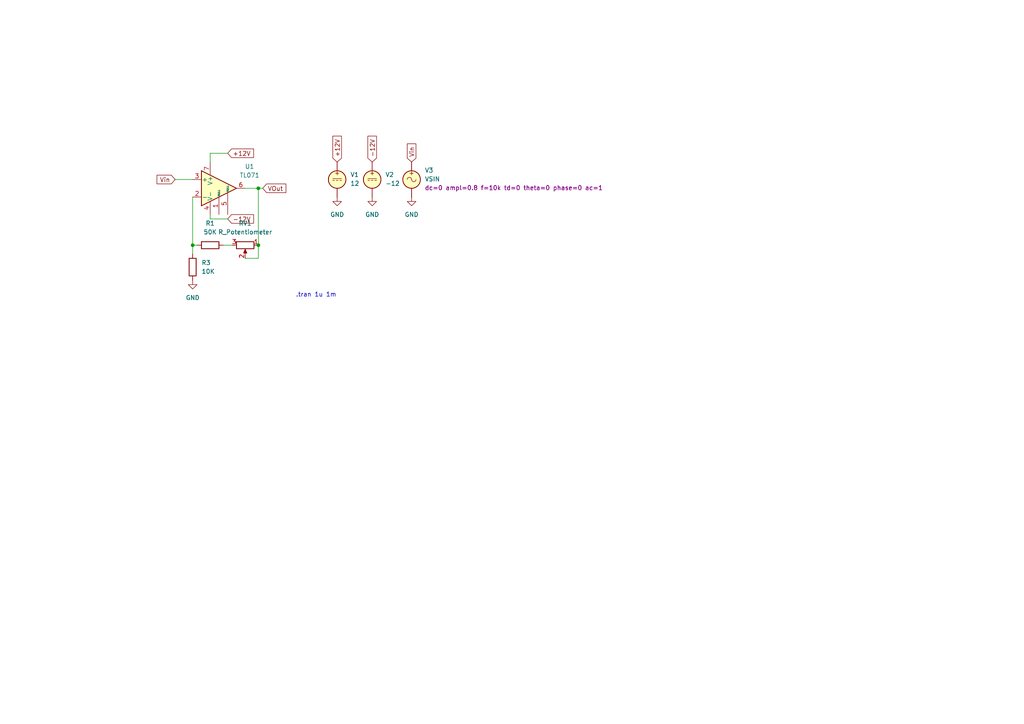
<source format=kicad_sch>
(kicad_sch (version 20231120) (generator "eeschema") (generator_version "8.0")
  (paper "A4")
  (lib_symbols
    (symbol "Amplifier_Operational:TL071" (pin_names (offset 0.127))
      (property "Reference" "U" (at 0 6.35 0))
      (property "Value" "TL071" (at 0 3.81 0))
      (symbol "TL071_0_1"
        (polyline (pts (xy -5.08 5.08) (xy 5.08 0) (xy -5.08 -5.08) (xy -5.08 5.08)) (stroke (width 0.254)) (fill (type background)))
      )
      (symbol "TL071_1_1"
        (pin input line (at 0 -7.62 90) (length 5.08) (name "NULL") (number "1"))
        (pin input line (at -7.62 -2.54 0) (length 2.54) (name "-") (number "2"))
        (pin input line (at -7.62 2.54 0) (length 2.54) (name "+") (number "3"))
        (pin power_in line (at -2.54 -7.62 90) (length 3.81) (name "V-") (number "4"))
        (pin input line (at 2.54 -7.62 90) (length 6.35) (name "NULL") (number "5"))
        (pin output line (at 7.62 0 180) (length 2.54) (name "~") (number "6"))
        (pin power_in line (at -2.54 7.62 270) (length 3.81) (name "V+") (number "7"))
        (pin no_connect line (at 0 2.54 270) (length 2.54) hide (name "NC") (number "8"))
      )
    )
    (symbol "Device:R" (pin_numbers hide) (pin_names (offset 0))
      (property "Reference" "R" (at 2.032 0 90))
      (property "Value" "R" (at 0 0 90))
      (symbol "R_0_1"
        (rectangle (start -1.016 -2.54) (end 1.016 2.54) (stroke (width 0.254)))
      )
      (symbol "R_1_1"
        (pin passive line (at 0 3.81 270) (length 1.27) (name "~") (number "1"))
        (pin passive line (at 0 -3.81 90) (length 1.27) (name "~") (number "2"))
      )
    )
    (symbol "Device:R_Potentiometer" (pin_names (offset 1.016) hide)
      (property "Reference" "RV" (at -4.445 0 90))
      (property "Value" "R_Potentiometer" (at -2.54 0 90))
      (symbol "R_Potentiometer_0_1"
        (polyline (pts (xy 2.54 0) (xy 1.524 0)))
        (polyline (pts (xy 1.143 0) (xy 2.286 0.508) (xy 2.286 -0.508) (xy 1.143 0)) (fill (type outline)))
        (rectangle (start 1.016 2.54) (end -1.016 -2.54) (stroke (width 0.254)))
      )
      (symbol "R_Potentiometer_1_1"
        (pin passive line (at 0 3.81 270) (length 1.27) (name "1") (number "1"))
        (pin passive line (at 3.81 0 180) (length 1.27) (name "2") (number "2"))
        (pin passive line (at 0 -3.81 90) (length 1.27) (name "3") (number "3"))
      )
    )
    (symbol "Simulation_SPICE:VDC" (pin_numbers hide) (pin_names (offset 0.0254))
      (property "Reference" "V" (at 2.54 2.54 0))
      (property "Value" "1" (at 2.54 0 0))
      (symbol "VDC_0_0"
        (polyline (pts (xy -1.27 0.254) (xy 1.27 0.254)))
        (polyline (pts (xy -0.762 -0.254) (xy -1.27 -0.254)))
        (polyline (pts (xy 0.254 -0.254) (xy -0.254 -0.254)))
        (polyline (pts (xy 1.27 -0.254) (xy 0.762 -0.254)))
        (text "+" (at 0 1.905 0) (effects (font (size 1.27 1.27))))
      )
      (symbol "VDC_0_1"
        (circle (center 0 0) (radius 2.54) (stroke (width 0.254)) (fill (type background)))
      )
      (symbol "VDC_1_1"
        (pin passive line (at 0 5.08 270) (length 2.54) (name "~") (number "1"))
        (pin passive line (at 0 -5.08 90) (length 2.54) (name "~") (number "2"))
      )
    )
    (symbol "Simulation_SPICE:VSIN" (pin_numbers hide) (pin_names (offset 0.0254))
      (property "Reference" "V" (at 2.54 2.54 0))
      (property "Value" "VSIN" (at 2.54 0 0))
      (property "Sim.Params" "dc=0 ampl=1 f=1k ac=1" (at 2.54 -2.54 0))
      (symbol "VSIN_0_0"
        (arc (start 0 0) (mid -0.635 0.6323) (end -1.27 0))
        (arc (start 0 0) (mid 0.635 -0.6323) (end 1.27 0))
        (text "+" (at 0 1.905 0) (effects (font (size 1.27 1.27))))
      )
      (symbol "VSIN_0_1"
        (circle (center 0 0) (radius 2.54) (stroke (width 0.254)) (fill (type background)))
      )
      (symbol "VSIN_1_1"
        (pin passive line (at 0 5.08 270) (length 2.54) (name "~") (number "1"))
        (pin passive line (at 0 -5.08 90) (length 2.54) (name "~") (number "2"))
      )
    )
    (symbol "power:GND" (power) (pin_numbers hide) (pin_names (offset 0) hide)
      (property "Value" "GND" (at 0 -3.81 0))
      (symbol "GND_0_1"
        (polyline (pts (xy 0 0) (xy 0 -1.27) (xy 1.27 -1.27) (xy 0 -2.54) (xy -1.27 -1.27) (xy 0 -1.27)))
      )
      (symbol "GND_1_1"
        (pin power_in line (at 0 0 270) (length 0) (name "~") (number "1"))
      )
    )
  )
  (junction (at 55.88 71.12))
  (junction (at 74.93 54.61))
  (junction (at 74.93 71.12))
  (wire (pts (xy 74.93 71.12) (xy 74.93 74.93)))
  (wire (pts (xy 71.12 54.61) (xy 74.93 54.61)))
  (wire (pts (xy 60.96 63.5) (xy 60.96 62.23)))
  (wire (pts (xy 50.8 52.07) (xy 55.88 52.07)))
  (wire (pts (xy 55.88 71.12) (xy 57.15 71.12)))
  (wire (pts (xy 74.93 54.61) (xy 74.93 71.12)))
  (wire (pts (xy 55.88 57.15) (xy 55.88 71.12)))
  (wire (pts (xy 74.93 54.61) (xy 76.2 54.61)))
  (wire (pts (xy 66.04 44.45) (xy 60.96 44.45)))
  (wire (pts (xy 60.96 44.45) (xy 60.96 46.99)))
  (wire (pts (xy 60.96 63.5) (xy 66.04 63.5)))
  (wire (pts (xy 55.88 71.12) (xy 55.88 73.66)))
  (wire (pts (xy 71.12 74.93) (xy 74.93 74.93)))
  (wire (pts (xy 64.77 71.12) (xy 67.31 71.12)))
  (text ".tran 1u 1m" (at 91.694 85.598 0) (effects (font (size 1.27 1.27))))
  (global_label "-12V" (shape input) (at 66.04 63.5 0) (property "Intersheetrefs" "${INTERSHEET_REFS}" (effects (hide yes))))
  (global_label "Vin" (shape input) (at 50.8 52.07 180) (property "Intersheetrefs" "${INTERSHEET_REFS}" (effects (hide yes))))
  (global_label "+12V" (shape input) (at 97.79 46.99 90) (property "Intersheetrefs" "${INTERSHEET_REFS}" (effects (hide yes))))
  (global_label "-12V" (shape input) (at 107.95 46.99 90) (property "Intersheetrefs" "${INTERSHEET_REFS}" (effects (hide yes))))
  (global_label "Vin" (shape input) (at 119.38 46.99 90) (property "Intersheetrefs" "${INTERSHEET_REFS}" (effects (hide yes))))
  (global_label "+12V" (shape input) (at 66.04 44.45 0) (property "Intersheetrefs" "${INTERSHEET_REFS}" (effects (hide yes))))
  (global_label "VOut" (shape input) (at 76.2 54.61 0) (property "Intersheetrefs" "${INTERSHEET_REFS}" (effects (hide yes))))
  (symbol (lib_id "Simulation_SPICE:VSIN") (at 119.38 52.07 0) (unit 1)
    (property "Reference" "V3" (at 123.19 49.4001 0) (effects (justify left)))
    (property "Value" "VSIN" (at 123.19 51.9401 0) (effects (justify left)))
    (property "Datasheet" "https://ngspice.sourceforge.io/docs/ngspice-html-manual/manual.xhtml#sec_Independent_Sources_for" (effects (hide yes)))
    (property "Description" "Voltage source, sinusoidal" (effects (hide yes)))
    (property "Sim.Pins" "1=+ 2=-" (effects (hide yes)))
    (property "Sim.Params" "dc=0 ampl=0.8 f=10k td=0 theta=0 phase=0 ac=1" (at 123.19 54.4801 0) (effects (justify left)))
    (property "Sim.Type" "SIN" (effects (hide yes)))
    (property "Sim.Device" "V" (effects (hide yes)))
  )
  (symbol (lib_id "Amplifier_Operational:TL071") (at 63.5 54.61 0) (unit 1)
    (property "Reference" "U1" (at 72.39 48.2914 0))
    (property "Value" "TL071" (at 72.39 50.8314 0))
    (property "Datasheet" "http://www.ti.com/lit/ds/symlink/tl071.pdf" (effects (hide yes)))
    (property "Description" "Single Low-Noise JFET-Input Operational Amplifiers, DIP-8/SOIC-8" (effects (hide yes)))
    (property "Sim.Library" "TL071_SN.lib" (effects (hide yes)))
    (property "Sim.Name" "TL071_SN" (effects (hide yes)))
    (property "Sim.Device" "SUBCKT" (effects (hide yes)))
    (property "Sim.Pins" "2=2 3=1 4=4 6=5 7=3" (effects (hide yes)))
  )
  (symbol (lib_id "Device:R") (at 60.96 71.12 90) (unit 1)
    (property "Reference" "R1" (at 60.96 64.77 90))
    (property "Value" "50K" (at 60.96 67.31 90))
    (property "Description" "Resistor" (effects (hide yes)))
    (property "Sim.Device" "R" (effects (hide yes)))
    (property "Sim.Pins" "1=+ 2=-" (effects (hide yes)))
  )
  (symbol (lib_id "power:GND") (at 97.79 57.15 0) (unit 1)
    (property "Reference" "#PWR02" (effects (hide yes)))
    (property "Value" "GND" (at 97.79 62.23 0))
    (property "Description" "Power symbol creates a global label with name \"GND\" , ground" (effects (hide yes)))
  )
  (symbol (lib_id "Device:R") (at 55.88 77.47 0) (unit 1)
    (property "Reference" "R3" (at 58.42 76.1999 0) (effects (justify left)))
    (property "Value" "10K" (at 58.42 78.7399 0) (effects (justify left)))
    (property "Description" "Resistor" (effects (hide yes)))
  )
  (symbol (lib_id "Simulation_SPICE:VDC") (at 97.79 52.07 0) (unit 1)
    (property "Reference" "V1" (at 101.6 50.6701 0) (effects (justify left)))
    (property "Value" "12" (at 101.6 53.2101 0) (effects (justify left)))
    (property "Datasheet" "https://ngspice.sourceforge.io/docs/ngspice-html-manual/manual.xhtml#sec_Independent_Sources_for" (effects (hide yes)))
    (property "Description" "Voltage source, DC" (effects (hide yes)))
    (property "Sim.Pins" "1=+ 2=-" (effects (hide yes)))
    (property "Sim.Type" "DC" (effects (hide yes)))
    (property "Sim.Device" "V" (effects (hide yes)))
  )
  (symbol (lib_id "Device:R_Potentiometer") (at 71.12 71.12 270) (unit 1)
    (property "Reference" "RV1" (at 71.12 64.77 90))
    (property "Value" "R_Potentiometer" (at 71.12 67.31 90))
    (property "Description" "Potentiometer" (effects (hide yes)))
  )
  (symbol (lib_id "Simulation_SPICE:VDC") (at 107.95 52.07 0) (unit 1)
    (property "Reference" "V2" (at 111.76 50.6701 0) (effects (justify left)))
    (property "Value" "-12" (at 111.76 53.2101 0) (effects (justify left)))
    (property "Datasheet" "https://ngspice.sourceforge.io/docs/ngspice-html-manual/manual.xhtml#sec_Independent_Sources_for" (effects (hide yes)))
    (property "Description" "Voltage source, DC" (effects (hide yes)))
    (property "Sim.Pins" "1=+ 2=-" (effects (hide yes)))
    (property "Sim.Type" "DC" (effects (hide yes)))
    (property "Sim.Device" "V" (effects (hide yes)))
  )
  (symbol (lib_id "power:GND") (at 107.95 57.15 0) (unit 1)
    (property "Reference" "#PWR03" (effects (hide yes)))
    (property "Value" "GND" (at 107.95 62.23 0))
    (property "Description" "Power symbol creates a global label with name \"GND\" , ground" (effects (hide yes)))
  )
  (symbol (lib_id "power:GND") (at 55.88 81.28 0) (unit 1)
    (property "Reference" "#PWR01" (effects (hide yes)))
    (property "Value" "GND" (at 55.88 86.36 0))
    (property "Description" "Power symbol creates a global label with name \"GND\" , ground" (effects (hide yes)))
  )
  (symbol (lib_id "power:GND") (at 119.38 57.15 0) (unit 1)
    (property "Reference" "#PWR04" (effects (hide yes)))
    (property "Value" "GND" (at 119.38 62.23 0))
    (property "Description" "Power symbol creates a global label with name \"GND\" , ground" (effects (hide yes)))
  )
)
</source>
